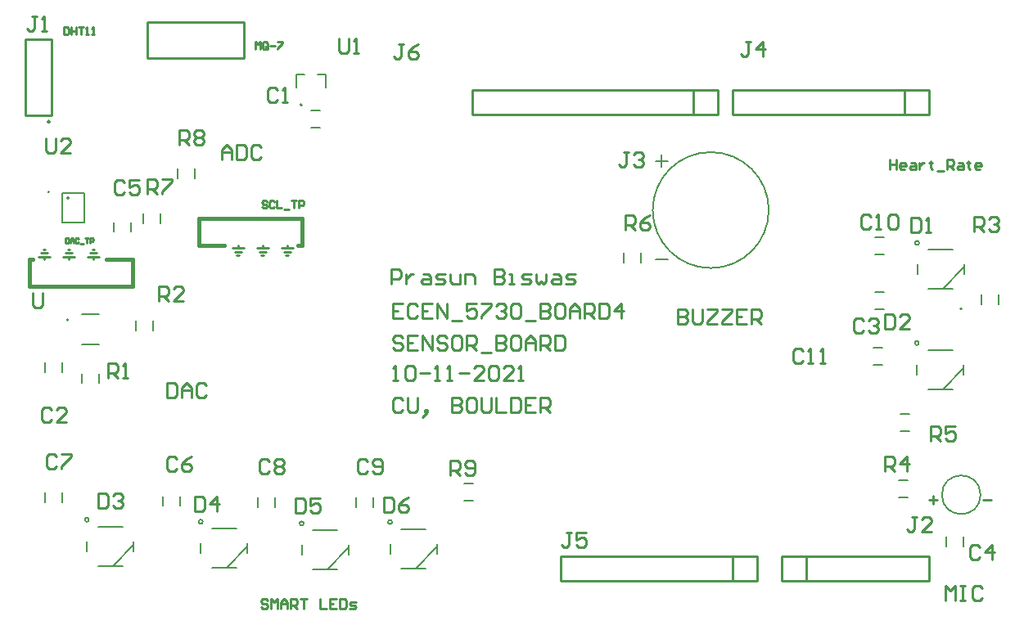
<source format=gto>
G04*
G04 #@! TF.GenerationSoftware,Altium Limited,Altium Designer,21.6.4 (81)*
G04*
G04 Layer_Color=65535*
%FSLAX25Y25*%
%MOIN*%
G70*
G04*
G04 #@! TF.SameCoordinates,570C5102-FFD4-49C7-812D-166F0CB68569*
G04*
G04*
G04 #@! TF.FilePolarity,Positive*
G04*
G01*
G75*
%ADD10C,0.00600*%
%ADD11C,0.00787*%
%ADD12C,0.00500*%
%ADD13C,0.01000*%
%ADD14C,0.01500*%
D10*
X370254Y119850D02*
G03*
X370254Y119850I-854J0D01*
G01*
X155754Y46850D02*
G03*
X155754Y46850I-854J0D01*
G01*
X119754Y46350D02*
G03*
X119754Y46350I-854J0D01*
G01*
X78654Y47000D02*
G03*
X78654Y47000I-854J0D01*
G01*
X32254Y47850D02*
G03*
X32254Y47850I-854J0D01*
G01*
X370354Y160650D02*
G03*
X370354Y160650I-854J0D01*
G01*
X380000Y101000D02*
X388400Y109750D01*
X369500Y107000D02*
Y111000D01*
X374000Y101000D02*
X384000D01*
X388500Y107000D02*
Y111000D01*
X374000Y117000D02*
X384000D01*
X54500Y168700D02*
Y172500D01*
X61500Y168700D02*
Y172500D01*
X51400Y125000D02*
Y128800D01*
X58400Y125000D02*
Y128800D01*
X351600Y118000D02*
X355400D01*
X351600Y111000D02*
X355400D01*
X352400Y162900D02*
X356200D01*
X352400Y155900D02*
X356200D01*
X185000Y55500D02*
X188800D01*
X185000Y62500D02*
X188800D01*
X68500Y187100D02*
Y190900D01*
X75500Y187100D02*
Y190900D01*
X250000Y152700D02*
Y156500D01*
X257000Y152700D02*
Y156500D01*
X362600Y91000D02*
X366400D01*
X362600Y84000D02*
X366400D01*
X362100Y64000D02*
X365900D01*
X362100Y57000D02*
X365900D01*
X402700Y135700D02*
Y139500D01*
X395700Y135700D02*
Y139500D01*
X36500Y103600D02*
Y107400D01*
X29500Y103600D02*
Y107400D01*
X165500Y28000D02*
X173900Y36750D01*
X155000Y34000D02*
Y38000D01*
X159500Y28000D02*
X169500D01*
X174000Y34000D02*
Y38000D01*
X159500Y44000D02*
X169500D01*
X129500Y27500D02*
X137900Y36250D01*
X119000Y33500D02*
Y37500D01*
X123500Y27500D02*
X133500D01*
X138000Y33500D02*
Y37500D01*
X123500Y43500D02*
X133500D01*
X88400Y28150D02*
X96800Y36900D01*
X77900Y34150D02*
Y38150D01*
X82400Y28150D02*
X92400D01*
X96900Y34150D02*
Y38150D01*
X82400Y44150D02*
X92400D01*
X36000Y45000D02*
X46000D01*
X50500Y35000D02*
Y39000D01*
X36000Y29000D02*
X46000D01*
X31500Y35000D02*
Y39000D01*
X42000Y29000D02*
X50400Y37750D01*
X380100Y141800D02*
X388500Y150550D01*
X369600Y147800D02*
Y151800D01*
X374100Y141800D02*
X384100D01*
X388600Y147800D02*
Y151800D01*
X374100Y157800D02*
X384100D01*
X141000Y53100D02*
Y56900D01*
X148000Y53100D02*
Y56900D01*
X101000Y53100D02*
Y56900D01*
X108000Y53100D02*
Y56900D01*
X21500Y55100D02*
Y58900D01*
X14500Y55100D02*
Y58900D01*
X69500Y53600D02*
Y57400D01*
X62500Y53600D02*
Y57400D01*
X42500Y165200D02*
Y169000D01*
X49500Y165200D02*
Y169000D01*
X388500Y37100D02*
Y40900D01*
X381500Y37100D02*
Y40900D01*
X352300Y140500D02*
X356100D01*
X352300Y133500D02*
X356100D01*
X21500Y108100D02*
Y111900D01*
X14500Y108100D02*
Y111900D01*
X122600Y214500D02*
X126400D01*
X122600Y207500D02*
X126400D01*
D11*
X387784Y133724D02*
G03*
X387784Y133724I-394J0D01*
G01*
X23945Y129248D02*
G03*
X23945Y129248I-394J0D01*
G01*
X24110Y178937D02*
G03*
X24110Y178937I-472J0D01*
G01*
X16083Y181299D02*
G03*
X16083Y181299I-319J0D01*
G01*
X119020Y216811D02*
G03*
X119020Y216811I-394J0D01*
G01*
X21472Y180905D02*
X30528D01*
Y169095D02*
Y180905D01*
X21472Y169095D02*
X30528D01*
X21472D02*
Y180905D01*
D12*
X395374Y58000D02*
G03*
X395374Y58000I-7874J0D01*
G01*
X309122Y174000D02*
G03*
X309122Y174000I-23622J0D01*
G01*
X29457Y131646D02*
X36543D01*
X29457Y119370D02*
X36543D01*
X116624Y224095D02*
Y229213D01*
X120201D01*
X125319D02*
X128896D01*
Y224095D02*
Y229213D01*
X263000Y154000D02*
X268000D01*
X265500Y191500D02*
Y196500D01*
X263000Y194000D02*
X268000D01*
D13*
X16389Y210000D02*
G03*
X16389Y210000I-394J0D01*
G01*
X314300Y28100D02*
Y33100D01*
X324300D01*
Y23100D02*
Y33100D01*
X314300Y23100D02*
X324300D01*
X314300D02*
Y28100D01*
X324300Y33100D02*
X374300D01*
X324300Y23100D02*
X374300D01*
Y33100D01*
X294300Y213100D02*
Y223100D01*
X374300D01*
Y213100D02*
Y223100D01*
X294300Y213100D02*
X374300D01*
X364300D02*
Y223100D01*
X294300Y23100D02*
Y33100D01*
X224300Y23100D02*
X304300D01*
Y33100D01*
X224300D02*
X304300D01*
X224300Y23100D02*
Y33100D01*
X288300Y213100D02*
Y223100D01*
X278300D02*
X288300D01*
X188300Y213100D02*
X278300D01*
X188300D02*
Y223100D01*
X278300D01*
Y213100D02*
X288300D01*
X278300D02*
Y223100D01*
X112523Y155500D02*
X113250D01*
X111750Y157000D02*
X114250D01*
X113000Y158500D02*
Y159527D01*
X110750Y158500D02*
X115250D01*
X102523Y155500D02*
X103250D01*
X101750Y157000D02*
X104250D01*
X103000Y158500D02*
Y159527D01*
X100750Y158500D02*
X105250D01*
X92523Y155500D02*
X93250D01*
X91750Y157000D02*
X94250D01*
X93000Y158500D02*
Y159527D01*
X90750Y158500D02*
X95250D01*
X13750Y158000D02*
X14477D01*
X12750Y156500D02*
X15250D01*
X14000Y153973D02*
Y155000D01*
X11750D02*
X16250D01*
X23750Y158000D02*
X24477D01*
X22750Y156500D02*
X25250D01*
X24000Y153973D02*
Y155000D01*
X21750D02*
X26250D01*
X33750Y158000D02*
X34477D01*
X32750Y156500D02*
X35250D01*
X34000Y153973D02*
Y155000D01*
X31750D02*
X36250D01*
X56000Y236000D02*
X95500D01*
X56000Y250500D02*
X95500D01*
X56000Y236000D02*
Y250500D01*
X95500Y236000D02*
Y250500D01*
X17000Y212500D02*
Y243500D01*
X6500Y212500D02*
X17000D01*
X6500Y243500D02*
X17000D01*
X6500Y212500D02*
Y243500D01*
X369400Y48999D02*
X367401D01*
X368401D01*
Y44001D01*
X367401Y43001D01*
X366401D01*
X365402Y44001D01*
X375398Y43001D02*
X371400D01*
X375398Y47000D01*
Y47999D01*
X374399Y48999D01*
X372399D01*
X371400Y47999D01*
X301800Y242599D02*
X299801D01*
X300801D01*
Y237601D01*
X299801Y236601D01*
X298801D01*
X297802Y237601D01*
X306799Y236601D02*
Y242599D01*
X303800Y239600D01*
X307798D01*
X22900Y162633D02*
Y160633D01*
X23900D01*
X24233Y160967D01*
Y162299D01*
X23900Y162633D01*
X22900D01*
X24899Y160633D02*
Y161966D01*
X25566Y162633D01*
X26232Y161966D01*
Y160633D01*
Y161633D01*
X24899D01*
X28232Y162299D02*
X27898Y162633D01*
X27232D01*
X26899Y162299D01*
Y160967D01*
X27232Y160633D01*
X27898D01*
X28232Y160967D01*
X28898Y160300D02*
X30231D01*
X30897Y162633D02*
X32230D01*
X31564D01*
Y160633D01*
X32897D02*
Y162633D01*
X33896D01*
X34230Y162299D01*
Y161633D01*
X33896Y161300D01*
X32897D01*
X104899Y177399D02*
X104400Y177899D01*
X103400D01*
X102900Y177399D01*
Y176899D01*
X103400Y176399D01*
X104400D01*
X104899Y175900D01*
Y175400D01*
X104400Y174900D01*
X103400D01*
X102900Y175400D01*
X107898Y177399D02*
X107399Y177899D01*
X106399D01*
X105899Y177399D01*
Y175400D01*
X106399Y174900D01*
X107399D01*
X107898Y175400D01*
X108898Y177899D02*
Y174900D01*
X110897D01*
X111897Y174400D02*
X113896D01*
X114896Y177899D02*
X116895D01*
X115896D01*
Y174900D01*
X117895D02*
Y177899D01*
X119395D01*
X119895Y177399D01*
Y176399D01*
X119395Y175900D01*
X117895D01*
X396555Y55775D02*
X399887D01*
X374508D02*
X377840D01*
X376174Y57441D02*
Y54109D01*
X358500Y194665D02*
Y190666D01*
Y192666D01*
X361166D01*
Y194665D01*
Y190666D01*
X364498D02*
X363165D01*
X362499Y191333D01*
Y192666D01*
X363165Y193332D01*
X364498D01*
X365164Y192666D01*
Y191999D01*
X362499D01*
X367164Y193332D02*
X368497D01*
X369163Y192666D01*
Y190666D01*
X367164D01*
X366497Y191333D01*
X367164Y191999D01*
X369163D01*
X370496Y193332D02*
Y190666D01*
Y191999D01*
X371163Y192666D01*
X371829Y193332D01*
X372496D01*
X375161Y193999D02*
Y193332D01*
X374495D01*
X375828D01*
X375161D01*
Y191333D01*
X375828Y190666D01*
X377827Y190000D02*
X380493D01*
X381826Y190666D02*
Y194665D01*
X383825D01*
X384492Y193999D01*
Y192666D01*
X383825Y191999D01*
X381826D01*
X383159D02*
X384492Y190666D01*
X386491Y193332D02*
X387824D01*
X388490Y192666D01*
Y190666D01*
X386491D01*
X385824Y191333D01*
X386491Y191999D01*
X388490D01*
X390490Y193999D02*
Y193332D01*
X389823D01*
X391156D01*
X390490D01*
Y191333D01*
X391156Y190666D01*
X395155D02*
X393822D01*
X393156Y191333D01*
Y192666D01*
X393822Y193332D01*
X395155D01*
X395821Y192666D01*
Y191999D01*
X393156D01*
X272000Y133498D02*
Y127500D01*
X274999D01*
X275999Y128500D01*
Y129499D01*
X274999Y130499D01*
X272000D01*
X274999D01*
X275999Y131499D01*
Y132498D01*
X274999Y133498D01*
X272000D01*
X277998D02*
Y128500D01*
X278998Y127500D01*
X280997D01*
X281997Y128500D01*
Y133498D01*
X283996D02*
X287995D01*
Y132498D01*
X283996Y128500D01*
Y127500D01*
X287995D01*
X289994Y133498D02*
X293993D01*
Y132498D01*
X289994Y128500D01*
Y127500D01*
X293993D01*
X299991Y133498D02*
X295992D01*
Y127500D01*
X299991D01*
X295992Y130499D02*
X297992D01*
X301990Y127500D02*
Y133498D01*
X304989D01*
X305989Y132498D01*
Y130499D01*
X304989Y129499D01*
X301990D01*
X303990D02*
X305989Y127500D01*
X381000Y15000D02*
Y20998D01*
X382999Y18999D01*
X384999Y20998D01*
Y15000D01*
X386998Y20998D02*
X388997D01*
X387998D01*
Y15000D01*
X386998D01*
X388997D01*
X395995Y19998D02*
X394995Y20998D01*
X392996D01*
X391996Y19998D01*
Y16000D01*
X392996Y15000D01*
X394995D01*
X395995Y16000D01*
X159999Y96498D02*
X158999Y97497D01*
X157000D01*
X156000Y96498D01*
Y92499D01*
X157000Y91499D01*
X158999D01*
X159999Y92499D01*
X161998Y97497D02*
Y92499D01*
X162998Y91499D01*
X164997D01*
X165997Y92499D01*
Y97497D01*
X168996Y90500D02*
X169995Y91499D01*
Y92499D01*
X168996D01*
Y91499D01*
X169995D01*
X168996Y90500D01*
X167996Y89500D01*
X179992Y97497D02*
Y91499D01*
X182991D01*
X183991Y92499D01*
Y93499D01*
X182991Y94498D01*
X179992D01*
X182991D01*
X183991Y95498D01*
Y96498D01*
X182991Y97497D01*
X179992D01*
X188989D02*
X186990D01*
X185990Y96498D01*
Y92499D01*
X186990Y91499D01*
X188989D01*
X189989Y92499D01*
Y96498D01*
X188989Y97497D01*
X191988D02*
Y92499D01*
X192988Y91499D01*
X194987D01*
X195987Y92499D01*
Y97497D01*
X197986D02*
Y91499D01*
X201985D01*
X203984Y97497D02*
Y91499D01*
X206983D01*
X207983Y92499D01*
Y96498D01*
X206983Y97497D01*
X203984D01*
X213981D02*
X209982D01*
Y91499D01*
X213981D01*
X209982Y94498D02*
X211982D01*
X215981Y91499D02*
Y97497D01*
X218980D01*
X219979Y96498D01*
Y94498D01*
X218980Y93499D01*
X215981D01*
X217980D02*
X219979Y91499D01*
X156000Y104500D02*
X157999D01*
X157000D01*
Y110498D01*
X156000Y109498D01*
X160998D02*
X161998Y110498D01*
X163997D01*
X164997Y109498D01*
Y105500D01*
X163997Y104500D01*
X161998D01*
X160998Y105500D01*
Y109498D01*
X166996Y107499D02*
X170995D01*
X172994Y104500D02*
X174994D01*
X173994D01*
Y110498D01*
X172994Y109498D01*
X177993Y104500D02*
X179992D01*
X178993D01*
Y110498D01*
X177993Y109498D01*
X182991Y107499D02*
X186990D01*
X192988Y104500D02*
X188989D01*
X192988Y108499D01*
Y109498D01*
X191988Y110498D01*
X189989D01*
X188989Y109498D01*
X194987D02*
X195987Y110498D01*
X197986D01*
X198986Y109498D01*
Y105500D01*
X197986Y104500D01*
X195987D01*
X194987Y105500D01*
Y109498D01*
X204984Y104500D02*
X200985D01*
X204984Y108499D01*
Y109498D01*
X203984Y110498D01*
X201985D01*
X200985Y109498D01*
X206983Y104500D02*
X208983D01*
X207983D01*
Y110498D01*
X206983Y109498D01*
X159999Y121998D02*
X158999Y122998D01*
X157000D01*
X156000Y121998D01*
Y120998D01*
X157000Y119999D01*
X158999D01*
X159999Y118999D01*
Y117999D01*
X158999Y117000D01*
X157000D01*
X156000Y117999D01*
X165997Y122998D02*
X161998D01*
Y117000D01*
X165997D01*
X161998Y119999D02*
X163997D01*
X167996Y117000D02*
Y122998D01*
X171995Y117000D01*
Y122998D01*
X177993Y121998D02*
X176993Y122998D01*
X174994D01*
X173994Y121998D01*
Y120998D01*
X174994Y119999D01*
X176993D01*
X177993Y118999D01*
Y117999D01*
X176993Y117000D01*
X174994D01*
X173994Y117999D01*
X182991Y122998D02*
X180992D01*
X179992Y121998D01*
Y117999D01*
X180992Y117000D01*
X182991D01*
X183991Y117999D01*
Y121998D01*
X182991Y122998D01*
X185990Y117000D02*
Y122998D01*
X188989D01*
X189989Y121998D01*
Y119999D01*
X188989Y118999D01*
X185990D01*
X187990D02*
X189989Y117000D01*
X191988Y116000D02*
X195987D01*
X197986Y122998D02*
Y117000D01*
X200985D01*
X201985Y117999D01*
Y118999D01*
X200985Y119999D01*
X197986D01*
X200985D01*
X201985Y120998D01*
Y121998D01*
X200985Y122998D01*
X197986D01*
X206983D02*
X204984D01*
X203984Y121998D01*
Y117999D01*
X204984Y117000D01*
X206983D01*
X207983Y117999D01*
Y121998D01*
X206983Y122998D01*
X209982Y117000D02*
Y120998D01*
X211982Y122998D01*
X213981Y120998D01*
Y117000D01*
Y119999D01*
X209982D01*
X215981Y117000D02*
Y122998D01*
X218980D01*
X219979Y121998D01*
Y119999D01*
X218980Y118999D01*
X215981D01*
X217980D02*
X219979Y117000D01*
X221979Y122998D02*
Y117000D01*
X224978D01*
X225977Y117999D01*
Y121998D01*
X224978Y122998D01*
X221979D01*
X159999Y135998D02*
X156000D01*
Y130000D01*
X159999D01*
X156000Y132999D02*
X157999D01*
X165997Y134998D02*
X164997Y135998D01*
X162998D01*
X161998Y134998D01*
Y130999D01*
X162998Y130000D01*
X164997D01*
X165997Y130999D01*
X171995Y135998D02*
X167996D01*
Y130000D01*
X171995D01*
X167996Y132999D02*
X169995D01*
X173994Y130000D02*
Y135998D01*
X177993Y130000D01*
Y135998D01*
X179992Y129000D02*
X183991D01*
X189989Y135998D02*
X185990D01*
Y132999D01*
X187990Y133998D01*
X188989D01*
X189989Y132999D01*
Y130999D01*
X188989Y130000D01*
X186990D01*
X185990Y130999D01*
X191988Y135998D02*
X195987D01*
Y134998D01*
X191988Y130999D01*
Y130000D01*
X197986Y134998D02*
X198986Y135998D01*
X200985D01*
X201985Y134998D01*
Y133998D01*
X200985Y132999D01*
X199986D01*
X200985D01*
X201985Y131999D01*
Y130999D01*
X200985Y130000D01*
X198986D01*
X197986Y130999D01*
X203984Y134998D02*
X204984Y135998D01*
X206983D01*
X207983Y134998D01*
Y130999D01*
X206983Y130000D01*
X204984D01*
X203984Y130999D01*
Y134998D01*
X209982Y129000D02*
X213981D01*
X215981Y135998D02*
Y130000D01*
X218980D01*
X219979Y130999D01*
Y131999D01*
X218980Y132999D01*
X215981D01*
X218980D01*
X219979Y133998D01*
Y134998D01*
X218980Y135998D01*
X215981D01*
X224978D02*
X222978D01*
X221979Y134998D01*
Y130999D01*
X222978Y130000D01*
X224978D01*
X225977Y130999D01*
Y134998D01*
X224978Y135998D01*
X227977Y130000D02*
Y133998D01*
X229976Y135998D01*
X231975Y133998D01*
Y130000D01*
Y132999D01*
X227977D01*
X233975Y130000D02*
Y135998D01*
X236974D01*
X237973Y134998D01*
Y132999D01*
X236974Y131999D01*
X233975D01*
X235974D02*
X237973Y130000D01*
X239973Y135998D02*
Y130000D01*
X242972D01*
X243971Y130999D01*
Y134998D01*
X242972Y135998D01*
X239973D01*
X248970Y130000D02*
Y135998D01*
X245971Y132999D01*
X249970D01*
X155500Y144000D02*
Y149998D01*
X158499D01*
X159499Y148998D01*
Y146999D01*
X158499Y145999D01*
X155500D01*
X161498Y147999D02*
Y144000D01*
Y145999D01*
X162498Y146999D01*
X163497Y147999D01*
X164497D01*
X168496D02*
X170495D01*
X171495Y146999D01*
Y144000D01*
X168496D01*
X167496Y145000D01*
X168496Y145999D01*
X171495D01*
X173494Y144000D02*
X176493D01*
X177493Y145000D01*
X176493Y145999D01*
X174494D01*
X173494Y146999D01*
X174494Y147999D01*
X177493D01*
X179492D02*
Y145000D01*
X180492Y144000D01*
X183491D01*
Y147999D01*
X185490Y144000D02*
Y147999D01*
X188489D01*
X189489Y146999D01*
Y144000D01*
X197486Y149998D02*
Y144000D01*
X200485D01*
X201485Y145000D01*
Y145999D01*
X200485Y146999D01*
X197486D01*
X200485D01*
X201485Y147999D01*
Y148998D01*
X200485Y149998D01*
X197486D01*
X203485Y144000D02*
X205484D01*
X204484D01*
Y147999D01*
X203485D01*
X208483Y144000D02*
X211482D01*
X212482Y145000D01*
X211482Y145999D01*
X209483D01*
X208483Y146999D01*
X209483Y147999D01*
X212482D01*
X214481D02*
Y145000D01*
X215481Y144000D01*
X216480Y145000D01*
X217480Y144000D01*
X218480Y145000D01*
Y147999D01*
X221479D02*
X223478D01*
X224478Y146999D01*
Y144000D01*
X221479D01*
X220479Y145000D01*
X221479Y145999D01*
X224478D01*
X226477Y144000D02*
X229476D01*
X230476Y145000D01*
X229476Y145999D01*
X227477D01*
X226477Y146999D01*
X227477Y147999D01*
X230476D01*
X105166Y14832D02*
X104499Y15499D01*
X103166D01*
X102500Y14832D01*
Y14166D01*
X103166Y13499D01*
X104499D01*
X105166Y12833D01*
Y12167D01*
X104499Y11500D01*
X103166D01*
X102500Y12167D01*
X106499Y11500D02*
Y15499D01*
X107832Y14166D01*
X109165Y15499D01*
Y11500D01*
X110497D02*
Y14166D01*
X111830Y15499D01*
X113163Y14166D01*
Y11500D01*
Y13499D01*
X110497D01*
X114496Y11500D02*
Y15499D01*
X116496D01*
X117162Y14832D01*
Y13499D01*
X116496Y12833D01*
X114496D01*
X115829D02*
X117162Y11500D01*
X118495Y15499D02*
X121161D01*
X119828D01*
Y11500D01*
X126492Y15499D02*
Y11500D01*
X129158D01*
X133157Y15499D02*
X130491D01*
Y11500D01*
X133157D01*
X130491Y13499D02*
X131824D01*
X134490Y15499D02*
Y11500D01*
X136489D01*
X137155Y12167D01*
Y14832D01*
X136489Y15499D01*
X134490D01*
X138488Y11500D02*
X140488D01*
X141154Y12167D01*
X140488Y12833D01*
X139155D01*
X138488Y13499D01*
X139155Y14166D01*
X141154D01*
X100000Y239500D02*
Y242499D01*
X101000Y241499D01*
X101999Y242499D01*
Y239500D01*
X104998Y240000D02*
Y241999D01*
X104499Y242499D01*
X103499D01*
X102999Y241999D01*
Y240000D01*
X103499Y239500D01*
X104499D01*
X103999Y240500D02*
X104998Y239500D01*
X104499D02*
X104998Y240000D01*
X105998Y241000D02*
X107997D01*
X108997Y242499D02*
X110996D01*
Y241999D01*
X108997Y240000D01*
Y239500D01*
X22000Y248499D02*
Y245500D01*
X23499D01*
X23999Y246000D01*
Y247999D01*
X23499Y248499D01*
X22000D01*
X24999D02*
Y245500D01*
Y247000D01*
X26998D01*
Y248499D01*
Y245500D01*
X27998Y248499D02*
X29997D01*
X28998D01*
Y245500D01*
X30997D02*
X31997D01*
X31497D01*
Y248499D01*
X30997Y247999D01*
X33496Y245500D02*
X34496D01*
X33996D01*
Y248499D01*
X33496Y247999D01*
X86500Y194500D02*
Y198499D01*
X88499Y200498D01*
X90499Y198499D01*
Y194500D01*
Y197499D01*
X86500D01*
X92498Y200498D02*
Y194500D01*
X95497D01*
X96497Y195500D01*
Y199498D01*
X95497Y200498D01*
X92498D01*
X102495Y199498D02*
X101495Y200498D01*
X99496D01*
X98496Y199498D01*
Y195500D01*
X99496Y194500D01*
X101495D01*
X102495Y195500D01*
X64000Y103498D02*
Y97500D01*
X66999D01*
X67999Y98500D01*
Y102498D01*
X66999Y103498D01*
X64000D01*
X69998Y97500D02*
Y101499D01*
X71997Y103498D01*
X73997Y101499D01*
Y97500D01*
Y100499D01*
X69998D01*
X79995Y102498D02*
X78995Y103498D01*
X76996D01*
X75996Y102498D01*
Y98500D01*
X76996Y97500D01*
X78995D01*
X79995Y98500D01*
X60602Y137001D02*
Y142999D01*
X63601D01*
X64600Y141999D01*
Y140000D01*
X63601Y139000D01*
X60602D01*
X62601D02*
X64600Y137001D01*
X70598D02*
X66600D01*
X70598Y141000D01*
Y141999D01*
X69599Y142999D01*
X67599D01*
X66600Y141999D01*
X160500Y241499D02*
X158501D01*
X159501D01*
Y236501D01*
X158501Y235501D01*
X157501D01*
X156502Y236501D01*
X166498Y241499D02*
X164499Y240499D01*
X162500Y238500D01*
Y236501D01*
X163499Y235501D01*
X165499D01*
X166498Y236501D01*
Y237500D01*
X165499Y238500D01*
X162500D01*
X323001Y116499D02*
X322001Y117499D01*
X320002D01*
X319002Y116499D01*
Y112501D01*
X320002Y111501D01*
X322001D01*
X323001Y112501D01*
X325000Y111501D02*
X326999D01*
X326000D01*
Y117499D01*
X325000Y116499D01*
X329998Y111501D02*
X331998D01*
X330998D01*
Y117499D01*
X329998Y116499D01*
X350799Y171298D02*
X349799Y172298D01*
X347800D01*
X346800Y171298D01*
Y167300D01*
X347800Y166300D01*
X349799D01*
X350799Y167300D01*
X352798Y166300D02*
X354797D01*
X353798D01*
Y172298D01*
X352798Y171298D01*
X357796D02*
X358796Y172298D01*
X360795D01*
X361795Y171298D01*
Y167300D01*
X360795Y166300D01*
X358796D01*
X357796Y167300D01*
Y171298D01*
X9501Y140399D02*
Y135401D01*
X10500Y134401D01*
X12500D01*
X13499Y135401D01*
Y140399D01*
X14602Y203399D02*
Y198401D01*
X15601Y197401D01*
X17601D01*
X18600Y198401D01*
Y203399D01*
X24598Y197401D02*
X20600D01*
X24598Y201400D01*
Y202399D01*
X23599Y203399D01*
X21599D01*
X20600Y202399D01*
X134001Y243999D02*
Y239001D01*
X135001Y238001D01*
X137000D01*
X138000Y239001D01*
Y243999D01*
X139999Y238001D02*
X141999D01*
X140999D01*
Y243999D01*
X139999Y242999D01*
X179400Y65900D02*
Y71898D01*
X182399D01*
X183399Y70898D01*
Y68899D01*
X182399Y67899D01*
X179400D01*
X181399D02*
X183399Y65900D01*
X185398Y66900D02*
X186398Y65900D01*
X188397D01*
X189397Y66900D01*
Y70898D01*
X188397Y71898D01*
X186398D01*
X185398Y70898D01*
Y69899D01*
X186398Y68899D01*
X189397D01*
X69000Y200500D02*
Y206498D01*
X71999D01*
X72999Y205498D01*
Y203499D01*
X71999Y202499D01*
X69000D01*
X70999D02*
X72999Y200500D01*
X74998Y205498D02*
X75998Y206498D01*
X77997D01*
X78997Y205498D01*
Y204499D01*
X77997Y203499D01*
X78997Y202499D01*
Y201500D01*
X77997Y200500D01*
X75998D01*
X74998Y201500D01*
Y202499D01*
X75998Y203499D01*
X74998Y204499D01*
Y205498D01*
X75998Y203499D02*
X77997D01*
X56202Y180501D02*
Y186499D01*
X59201D01*
X60200Y185499D01*
Y183500D01*
X59201Y182500D01*
X56202D01*
X58201D02*
X60200Y180501D01*
X62200Y186499D02*
X66198D01*
Y185499D01*
X62200Y181501D01*
Y180501D01*
X250600Y166100D02*
Y172098D01*
X253599D01*
X254599Y171098D01*
Y169099D01*
X253599Y168099D01*
X250600D01*
X252599D02*
X254599Y166100D01*
X260597Y172098D02*
X258597Y171098D01*
X256598Y169099D01*
Y167100D01*
X257598Y166100D01*
X259597D01*
X260597Y167100D01*
Y168099D01*
X259597Y169099D01*
X256598D01*
X375102Y80001D02*
Y85999D01*
X378101D01*
X379100Y84999D01*
Y83000D01*
X378101Y82000D01*
X375102D01*
X377101D02*
X379100Y80001D01*
X385098Y85999D02*
X381100D01*
Y83000D01*
X383099Y84000D01*
X384099D01*
X385098Y83000D01*
Y81001D01*
X384099Y80001D01*
X382099D01*
X381100Y81001D01*
X356500Y67500D02*
Y73498D01*
X359499D01*
X360499Y72498D01*
Y70499D01*
X359499Y69499D01*
X356500D01*
X358499D02*
X360499Y67500D01*
X365497D02*
Y73498D01*
X362498Y70499D01*
X366497D01*
X392602Y165201D02*
Y171199D01*
X395601D01*
X396600Y170199D01*
Y168200D01*
X395601Y167200D01*
X392602D01*
X394601D02*
X396600Y165201D01*
X398600Y170199D02*
X399599Y171199D01*
X401599D01*
X402598Y170199D01*
Y169200D01*
X401599Y168200D01*
X400599D01*
X401599D01*
X402598Y167200D01*
Y166201D01*
X401599Y165201D01*
X399599D01*
X398600Y166201D01*
X40001Y105501D02*
Y111499D01*
X43000D01*
X44000Y110499D01*
Y108500D01*
X43000Y107500D01*
X40001D01*
X42001D02*
X44000Y105501D01*
X45999D02*
X47999D01*
X46999D01*
Y111499D01*
X45999Y110499D01*
X228799Y42598D02*
X226799D01*
X227799D01*
Y37600D01*
X226799Y36600D01*
X225800D01*
X224800Y37600D01*
X234797Y42598D02*
X230798D01*
Y39599D01*
X232797Y40599D01*
X233797D01*
X234797Y39599D01*
Y37600D01*
X233797Y36600D01*
X231798D01*
X230798Y37600D01*
X252000Y197499D02*
X250001D01*
X251001D01*
Y192501D01*
X250001Y191501D01*
X249001D01*
X248002Y192501D01*
X254000Y196499D02*
X254999Y197499D01*
X256999D01*
X257998Y196499D01*
Y195500D01*
X256999Y194500D01*
X255999D01*
X256999D01*
X257998Y193500D01*
Y192501D01*
X256999Y191501D01*
X254999D01*
X254000Y192501D01*
X10999Y252998D02*
X8999D01*
X9999D01*
Y248000D01*
X8999Y247000D01*
X8000D01*
X7000Y248000D01*
X12998Y247000D02*
X14997D01*
X13998D01*
Y252998D01*
X12998Y251998D01*
X152400Y56998D02*
Y51000D01*
X155399D01*
X156399Y52000D01*
Y55998D01*
X155399Y56998D01*
X152400D01*
X162397D02*
X160397Y55998D01*
X158398Y53999D01*
Y52000D01*
X159398Y51000D01*
X161397D01*
X162397Y52000D01*
Y52999D01*
X161397Y53999D01*
X158398D01*
X116400Y56498D02*
Y50500D01*
X119399D01*
X120399Y51500D01*
Y55498D01*
X119399Y56498D01*
X116400D01*
X126397D02*
X122398D01*
Y53499D01*
X124397Y54499D01*
X125397D01*
X126397Y53499D01*
Y51500D01*
X125397Y50500D01*
X123398D01*
X122398Y51500D01*
X75300Y57198D02*
Y51200D01*
X78299D01*
X79299Y52200D01*
Y56198D01*
X78299Y57198D01*
X75300D01*
X84297Y51200D02*
Y57198D01*
X81298Y54199D01*
X85297D01*
X36002Y58499D02*
Y52501D01*
X39001D01*
X40000Y53501D01*
Y57499D01*
X39001Y58499D01*
X36002D01*
X42000Y57499D02*
X42999Y58499D01*
X44999D01*
X45998Y57499D01*
Y56500D01*
X44999Y55500D01*
X43999D01*
X44999D01*
X45998Y54500D01*
Y53501D01*
X44999Y52501D01*
X42999D01*
X42000Y53501D01*
X356502Y131499D02*
Y125501D01*
X359501D01*
X360500Y126501D01*
Y130499D01*
X359501Y131499D01*
X356502D01*
X366498Y125501D02*
X362500D01*
X366498Y129500D01*
Y130499D01*
X365499Y131499D01*
X363499D01*
X362500Y130499D01*
X367000Y170798D02*
Y164800D01*
X369999D01*
X370999Y165800D01*
Y169798D01*
X369999Y170798D01*
X367000D01*
X372998Y164800D02*
X374997D01*
X373998D01*
Y170798D01*
X372998Y169798D01*
X145599Y71498D02*
X144599Y72498D01*
X142600D01*
X141600Y71498D01*
Y67500D01*
X142600Y66500D01*
X144599D01*
X145599Y67500D01*
X147598D02*
X148598Y66500D01*
X150597D01*
X151597Y67500D01*
Y71498D01*
X150597Y72498D01*
X148598D01*
X147598Y71498D01*
Y70499D01*
X148598Y69499D01*
X151597D01*
X105599Y71498D02*
X104599Y72498D01*
X102600D01*
X101600Y71498D01*
Y67500D01*
X102600Y66500D01*
X104599D01*
X105599Y67500D01*
X107598Y71498D02*
X108598Y72498D01*
X110597D01*
X111597Y71498D01*
Y70499D01*
X110597Y69499D01*
X111597Y68499D01*
Y67500D01*
X110597Y66500D01*
X108598D01*
X107598Y67500D01*
Y68499D01*
X108598Y69499D01*
X107598Y70499D01*
Y71498D01*
X108598Y69499D02*
X110597D01*
X18999Y73498D02*
X17999Y74498D01*
X16000D01*
X15000Y73498D01*
Y69500D01*
X16000Y68500D01*
X17999D01*
X18999Y69500D01*
X20998Y74498D02*
X24997D01*
Y73498D01*
X20998Y69500D01*
Y68500D01*
X68000Y72499D02*
X67001Y73499D01*
X65001D01*
X64002Y72499D01*
Y68501D01*
X65001Y67501D01*
X67001D01*
X68000Y68501D01*
X73998Y73499D02*
X71999Y72499D01*
X70000Y70500D01*
Y68501D01*
X70999Y67501D01*
X72999D01*
X73998Y68501D01*
Y69500D01*
X72999Y70500D01*
X70000D01*
X46900Y185199D02*
X45901Y186199D01*
X43901D01*
X42902Y185199D01*
Y181201D01*
X43901Y180201D01*
X45901D01*
X46900Y181201D01*
X52898Y186199D02*
X48900D01*
Y183200D01*
X50899Y184200D01*
X51899D01*
X52898Y183200D01*
Y181201D01*
X51899Y180201D01*
X49899D01*
X48900Y181201D01*
X395100Y36699D02*
X394101Y37699D01*
X392101D01*
X391102Y36699D01*
Y32701D01*
X392101Y31701D01*
X394101D01*
X395100Y32701D01*
X400099Y31701D02*
Y37699D01*
X397100Y34700D01*
X401098D01*
X347600Y128999D02*
X346601Y129999D01*
X344601D01*
X343602Y128999D01*
Y125001D01*
X344601Y124001D01*
X346601D01*
X347600Y125001D01*
X349600Y128999D02*
X350599Y129999D01*
X352599D01*
X353598Y128999D01*
Y128000D01*
X352599Y127000D01*
X351599D01*
X352599D01*
X353598Y126000D01*
Y125001D01*
X352599Y124001D01*
X350599D01*
X349600Y125001D01*
X17000Y92499D02*
X16001Y93499D01*
X14001D01*
X13002Y92499D01*
Y88501D01*
X14001Y87501D01*
X16001D01*
X17000Y88501D01*
X22998Y87501D02*
X19000D01*
X22998Y91500D01*
Y92499D01*
X21999Y93499D01*
X19999D01*
X19000Y92499D01*
X109100Y222999D02*
X108100Y223999D01*
X106101D01*
X105101Y222999D01*
Y219001D01*
X106101Y218001D01*
X108100D01*
X109100Y219001D01*
X111099Y218001D02*
X113099D01*
X112099D01*
Y223999D01*
X111099Y222999D01*
D14*
X77000Y170500D02*
X119000D01*
Y159500D02*
Y170500D01*
X117500Y159500D02*
X119000D01*
X77000D02*
Y170500D01*
Y159500D02*
X87500D01*
X8000Y143000D02*
X50000D01*
X8000D02*
Y154000D01*
X9500D01*
X50000Y143000D02*
Y154000D01*
X39500D02*
X50000D01*
M02*

</source>
